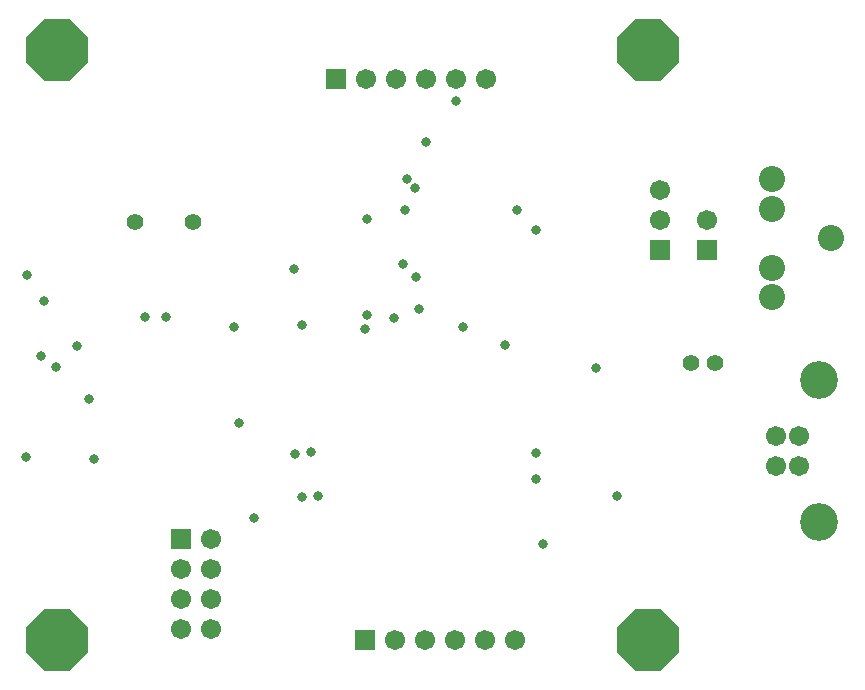
<source format=gbs>
G04 Layer_Color=16711935*
%FSLAX23Y23*%
%MOIN*%
G70*
G01*
G75*
%ADD43C,0.087*%
%ADD44C,0.067*%
%ADD45C,0.126*%
%ADD46P,0.222X8X202.5*%
%ADD47R,0.067X0.067*%
%ADD48R,0.067X0.067*%
%ADD49C,0.055*%
%ADD50C,0.033*%
D43*
X3367Y1497D02*
D03*
X3170Y1694D02*
D03*
Y1595D02*
D03*
Y1300D02*
D03*
Y1399D02*
D03*
D44*
X3259Y837D02*
D03*
Y738D02*
D03*
X3181D02*
D03*
Y837D02*
D03*
X2217Y2029D02*
D03*
X2117D02*
D03*
X2017D02*
D03*
X1917D02*
D03*
X1817D02*
D03*
X2314Y158D02*
D03*
X2214D02*
D03*
X2114D02*
D03*
X2014D02*
D03*
X1914D02*
D03*
X2795Y1657D02*
D03*
Y1557D02*
D03*
X2953D02*
D03*
X1300Y496D02*
D03*
X1200Y396D02*
D03*
X1300D02*
D03*
X1200Y296D02*
D03*
X1300D02*
D03*
X1200Y196D02*
D03*
X1300D02*
D03*
D45*
X3327Y1024D02*
D03*
Y551D02*
D03*
D46*
X787Y157D02*
D03*
X2756D02*
D03*
Y2126D02*
D03*
X787D02*
D03*
D47*
X1717Y2029D02*
D03*
X1814Y158D02*
D03*
D48*
X2795Y1457D02*
D03*
X2953D02*
D03*
X1200Y496D02*
D03*
D49*
X1047Y1550D02*
D03*
X1239D02*
D03*
X2898Y1081D02*
D03*
X2980D02*
D03*
D50*
X2652Y639D02*
D03*
X2384Y696D02*
D03*
Y780D02*
D03*
Y1526D02*
D03*
X2319Y1591D02*
D03*
X1980Y1663D02*
D03*
X1947Y1592D02*
D03*
X1939Y1410D02*
D03*
X1442Y564D02*
D03*
X1079Y1236D02*
D03*
X1376Y1200D02*
D03*
X1150Y1234D02*
D03*
X2138Y1202D02*
D03*
X2117Y1956D02*
D03*
X1601Y1207D02*
D03*
X1818Y1242D02*
D03*
X685Y1374D02*
D03*
X1656Y639D02*
D03*
X1604Y636D02*
D03*
X2405Y479D02*
D03*
X854Y1138D02*
D03*
X781Y1067D02*
D03*
X1908Y1232D02*
D03*
X732Y1103D02*
D03*
X1993Y1261D02*
D03*
X681Y768D02*
D03*
X893Y960D02*
D03*
X910Y761D02*
D03*
X1633Y784D02*
D03*
X1577Y1393D02*
D03*
X742Y1288D02*
D03*
X2280Y1142D02*
D03*
X1391Y880D02*
D03*
X2017Y1817D02*
D03*
X1981Y1368D02*
D03*
X1952Y1694D02*
D03*
X1819Y1561D02*
D03*
X2582Y1066D02*
D03*
X1580Y777D02*
D03*
X1814Y1193D02*
D03*
M02*

</source>
